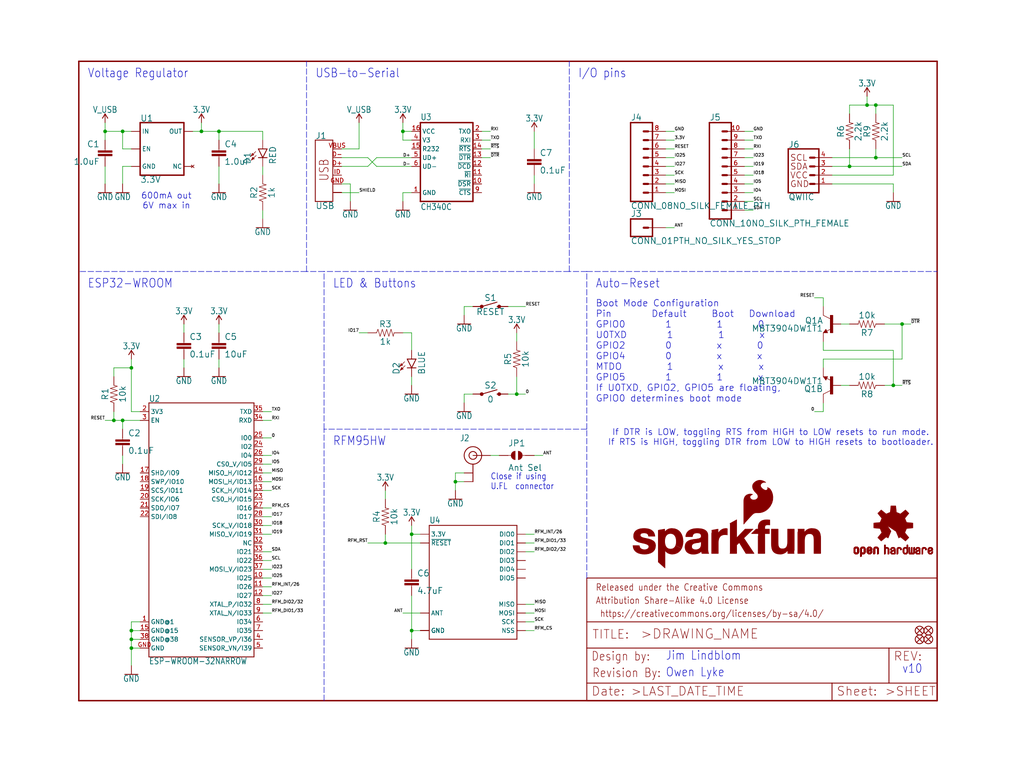
<source format=kicad_sch>
(kicad_sch (version 20211123) (generator eeschema)
  (paper "User" 297.002 223.926)
  (lib_symbols
    (symbol "schematicEagle-eagle-import:0.1UF-0603-25V-(+80{slash}-20%)"
      (property "Reference" "C" (at 1.524 2.921 0))
      (property "Value" "0.1UF-0603-25V-(+80{slash}-20%)" (at 1.524 -2.159 0))
      (symbol "0.1UF-0603-25V-(+80{slash}-20%)_1_0"
        (pin passive line (at 0 5.08 270) (length 2.54) (name "1") (number "1"))
        (pin passive line (at 0 -2.54 90) (length 2.54) (name "2") (number "2"))
      )
    )
    (symbol "schematicEagle-eagle-import:0.1UF-0603-25V-5%"
      (property "Reference" "C" (at 1.524 2.921 0))
      (property "Value" "0.1UF-0603-25V-5%" (at 1.524 -2.159 0))
      (symbol "0.1UF-0603-25V-5%_1_0"
        (pin passive line (at 0 5.08 270) (length 2.54) (name "1") (number "1"))
        (pin passive line (at 0 -2.54 90) (length 2.54) (name "2") (number "2"))
      )
    )
    (symbol "schematicEagle-eagle-import:1.0UF-0603-16V-10%"
      (property "Reference" "C" (at 1.524 2.921 0))
      (property "Value" "1.0UF-0603-16V-10%" (at 1.524 -2.159 0))
      (symbol "1.0UF-0603-16V-10%_1_0"
        (pin passive line (at 0 5.08 270) (length 2.54) (name "1") (number "1"))
        (pin passive line (at 0 -2.54 90) (length 2.54) (name "2") (number "2"))
      )
    )
    (symbol "schematicEagle-eagle-import:10KOHM-0603-1{slash}10W-1%"
      (property "Reference" "R" (at 0 1.524 0))
      (property "Value" "10KOHM-0603-1{slash}10W-1%" (at 0 -1.524 0))
      (symbol "10KOHM-0603-1{slash}10W-1%_1_0"
        (pin passive line (at -5.08 0 0) (length 2.54) (name "1") (number "1"))
        (pin passive line (at 5.08 0 180) (length 2.54) (name "2") (number "2"))
      )
    )
    (symbol "schematicEagle-eagle-import:10UF-0603-6.3V-20%"
      (property "Reference" "C" (at 1.524 2.921 0))
      (property "Value" "10UF-0603-6.3V-20%" (at 1.524 -2.159 0))
      (symbol "10UF-0603-6.3V-20%_1_0"
        (pin passive line (at 0 5.08 270) (length 2.54) (name "1") (number "1"))
        (pin passive line (at 0 -2.54 90) (length 2.54) (name "2") (number "2"))
      )
    )
    (symbol "schematicEagle-eagle-import:1KOHM-0603-1{slash}10W-1%"
      (property "Reference" "R" (at 0 1.524 0))
      (property "Value" "1KOHM-0603-1{slash}10W-1%" (at 0 -1.524 0))
      (symbol "1KOHM-0603-1{slash}10W-1%_1_0"
        (pin passive line (at -5.08 0 0) (length 2.54) (name "1") (number "1"))
        (pin passive line (at 5.08 0 180) (length 2.54) (name "2") (number "2"))
      )
    )
    (symbol "schematicEagle-eagle-import:2.2KOHM-0603-1{slash}10W-1%"
      (property "Reference" "R" (at 0 1.524 0))
      (property "Value" "2.2KOHM-0603-1{slash}10W-1%" (at 0 -1.524 0))
      (symbol "2.2KOHM-0603-1{slash}10W-1%_1_0"
        (pin passive line (at -5.08 0 0) (length 2.54) (name "1") (number "1"))
        (pin passive line (at 5.08 0 180) (length 2.54) (name "2") (number "2"))
      )
    )
    (symbol "schematicEagle-eagle-import:3.3V" (power)
      (property "Value" "3.3V" (at 0 2.794 0))
      (symbol "3.3V_1_0"
        (pin power_in line (at 0 0 90) (length 2.54) (name "3.3V") (number "1"))
      )
    )
    (symbol "schematicEagle-eagle-import:4.7UF-0603-6.3V-(10%)"
      (property "Reference" "C" (at 1.524 2.921 0))
      (property "Value" "4.7UF-0603-6.3V-(10%)" (at 1.524 -2.159 0))
      (symbol "4.7UF-0603-6.3V-(10%)_1_0"
        (pin passive line (at 0 5.08 270) (length 2.54) (name "1") (number "1"))
        (pin passive line (at 0 -2.54 90) (length 2.54) (name "2") (number "2"))
      )
    )
    (symbol "schematicEagle-eagle-import:CH340C"
      (property "Reference" "U" (at -7.62 10.795 0))
      (property "Value" "CH340C" (at -7.62 -15.24 0))
      (symbol "CH340C_1_0"
        (pin bidirectional line (at -10.16 -10.16 0) (length 2.54) (name "GND") (number "1"))
        (pin bidirectional line (at 10.16 -7.62 180) (length 2.54) (name "~{DSR}") (number "10"))
        (pin bidirectional line (at 10.16 -5.08 180) (length 2.54) (name "~{RI}") (number "11"))
        (pin bidirectional line (at 10.16 -2.54 180) (length 2.54) (name "~{DCD}") (number "12"))
        (pin bidirectional line (at 10.16 0 180) (length 2.54) (name "~{DTR}") (number "13"))
        (pin bidirectional line (at 10.16 2.54 180) (length 2.54) (name "~{RTS}") (number "14"))
        (pin bidirectional line (at -10.16 2.54 0) (length 2.54) (name "R232") (number "15"))
        (pin bidirectional line (at -10.16 7.62 0) (length 2.54) (name "VCC") (number "16"))
        (pin bidirectional line (at 10.16 7.62 180) (length 2.54) (name "TXO") (number "2"))
        (pin bidirectional line (at 10.16 5.08 180) (length 2.54) (name "RXI") (number "3"))
        (pin bidirectional line (at -10.16 5.08 0) (length 2.54) (name "V3") (number "4"))
        (pin bidirectional line (at -10.16 0 0) (length 2.54) (name "UD+") (number "5"))
        (pin bidirectional line (at -10.16 -2.54 0) (length 2.54) (name "UD-") (number "6"))
        (pin bidirectional line (at 10.16 -10.16 180) (length 2.54) (name "~{CTS}") (number "9"))
      )
    )
    (symbol "schematicEagle-eagle-import:CONN_01PTH_NO_SILK_YES_STOP"
      (property "Reference" "J" (at -2.54 3.048 0))
      (property "Value" "CONN_01PTH_NO_SILK_YES_STOP" (at -2.54 -4.826 0))
      (symbol "CONN_01PTH_NO_SILK_YES_STOP_1_0"
        (pin passive line (at 7.62 0 180) (length 5.08) (name "1") (number "1"))
      )
    )
    (symbol "schematicEagle-eagle-import:CONN_08NO_SILK_FEMALE_PTH"
      (property "Reference" "J" (at -5.08 13.208 0))
      (property "Value" "CONN_08NO_SILK_FEMALE_PTH" (at -5.08 -12.446 0))
      (symbol "CONN_08NO_SILK_FEMALE_PTH_1_0"
        (pin passive line (at 5.08 -7.62 180) (length 5.08) (name "1") (number "1"))
        (pin passive line (at 5.08 -5.08 180) (length 5.08) (name "2") (number "2"))
        (pin passive line (at 5.08 -2.54 180) (length 5.08) (name "3") (number "3"))
        (pin passive line (at 5.08 0 180) (length 5.08) (name "4") (number "4"))
        (pin passive line (at 5.08 2.54 180) (length 5.08) (name "5") (number "5"))
        (pin passive line (at 5.08 5.08 180) (length 5.08) (name "6") (number "6"))
        (pin passive line (at 5.08 7.62 180) (length 5.08) (name "7") (number "7"))
        (pin passive line (at 5.08 10.16 180) (length 5.08) (name "8") (number "8"))
      )
    )
    (symbol "schematicEagle-eagle-import:CONN_10NO_SILK_PTH_FEMALE"
      (property "Reference" "J" (at 0 8.128 0))
      (property "Value" "CONN_10NO_SILK_PTH_FEMALE" (at 0 -22.606 0))
      (symbol "CONN_10NO_SILK_PTH_FEMALE_1_0"
        (pin passive line (at 10.16 -17.78 180) (length 5.08) (name "1") (number "1"))
        (pin passive line (at 10.16 5.08 180) (length 5.08) (name "10") (number "10"))
        (pin passive line (at 10.16 -15.24 180) (length 5.08) (name "2") (number "2"))
        (pin passive line (at 10.16 -12.7 180) (length 5.08) (name "3") (number "3"))
        (pin passive line (at 10.16 -10.16 180) (length 5.08) (name "4") (number "4"))
        (pin passive line (at 10.16 -7.62 180) (length 5.08) (name "5") (number "5"))
        (pin passive line (at 10.16 -5.08 180) (length 5.08) (name "6") (number "6"))
        (pin passive line (at 10.16 -2.54 180) (length 5.08) (name "7") (number "7"))
        (pin passive line (at 10.16 0 180) (length 5.08) (name "8") (number "8"))
        (pin passive line (at 10.16 2.54 180) (length 5.08) (name "9") (number "9"))
      )
    )
    (symbol "schematicEagle-eagle-import:ESP-WROOM-32NARROW"
      (property "Reference" "U" (at -15.24 35.814 0))
      (property "Value" "ESP-WROOM-32NARROW" (at -15.24 -38.354 0))
      (symbol "ESP-WROOM-32NARROW_1_0"
        (pin bidirectional line (at -17.78 -27.94 0) (length 2.54) (name "GND@1") (number "1"))
        (pin bidirectional line (at 17.78 -15.24 180) (length 2.54) (name "IO25") (number "10"))
        (pin bidirectional line (at 17.78 -17.78 180) (length 2.54) (name "IO26") (number "11"))
        (pin bidirectional line (at 17.78 -20.32 180) (length 2.54) (name "IO27") (number "12"))
        (pin bidirectional line (at 17.78 10.16 180) (length 2.54) (name "SCK_H/IO14") (number "13"))
        (pin bidirectional line (at 17.78 15.24 180) (length 2.54) (name "MISO_H/IO12") (number "14"))
        (pin bidirectional line (at -17.78 -30.48 0) (length 2.54) (name "GND@15") (number "15"))
        (pin bidirectional line (at 17.78 12.7 180) (length 2.54) (name "MOSI_H/IO13") (number "16"))
        (pin bidirectional line (at -17.78 15.24 0) (length 2.54) (name "SHD/IO9") (number "17"))
        (pin bidirectional line (at -17.78 12.7 0) (length 2.54) (name "SWP/IO10") (number "18"))
        (pin bidirectional line (at -17.78 10.16 0) (length 2.54) (name "SCS/IO11") (number "19"))
        (pin bidirectional line (at -17.78 33.02 0) (length 2.54) (name "3V3") (number "2"))
        (pin bidirectional line (at -17.78 7.62 0) (length 2.54) (name "SCK/IO6") (number "20"))
        (pin bidirectional line (at -17.78 5.08 0) (length 2.54) (name "SDO/IO7") (number "21"))
        (pin bidirectional line (at -17.78 2.54 0) (length 2.54) (name "SDI/IO8") (number "22"))
        (pin bidirectional line (at 17.78 7.62 180) (length 2.54) (name "CS0_H/IO15") (number "23"))
        (pin bidirectional line (at 17.78 22.86 180) (length 2.54) (name "IO2") (number "24"))
        (pin bidirectional line (at 17.78 25.4 180) (length 2.54) (name "IO0") (number "25"))
        (pin bidirectional line (at 17.78 20.32 180) (length 2.54) (name "IO4") (number "26"))
        (pin bidirectional line (at 17.78 5.08 180) (length 2.54) (name "IO16") (number "27"))
        (pin bidirectional line (at 17.78 2.54 180) (length 2.54) (name "IO17") (number "28"))
        (pin bidirectional line (at 17.78 17.78 180) (length 2.54) (name "CS0_V/IO5") (number "29"))
        (pin bidirectional line (at -17.78 30.48 0) (length 2.54) (name "EN") (number "3"))
        (pin bidirectional line (at 17.78 0 180) (length 2.54) (name "SCK_V/IO18") (number "30"))
        (pin bidirectional line (at 17.78 -2.54 180) (length 2.54) (name "MISO_V/IO19") (number "31"))
        (pin bidirectional line (at 17.78 -5.08 180) (length 2.54) (name "NC") (number "32"))
        (pin bidirectional line (at 17.78 -7.62 180) (length 2.54) (name "IO21") (number "33"))
        (pin bidirectional line (at 17.78 30.48 180) (length 2.54) (name "RXD") (number "34"))
        (pin bidirectional line (at 17.78 33.02 180) (length 2.54) (name "TXD") (number "35"))
        (pin bidirectional line (at 17.78 -10.16 180) (length 2.54) (name "IO22") (number "36"))
        (pin bidirectional line (at 17.78 -12.7 180) (length 2.54) (name "MOSI_V/IO23") (number "37"))
        (pin bidirectional line (at -17.78 -33.02 0) (length 2.54) (name "GND@38") (number "38"))
        (pin bidirectional line (at 17.78 -33.02 180) (length 2.54) (name "SENSOR_VP/I36") (number "4"))
        (pin bidirectional line (at 17.78 -35.56 180) (length 2.54) (name "SENSOR_VN/I39") (number "5"))
        (pin bidirectional line (at 17.78 -27.94 180) (length 2.54) (name "IO34") (number "6"))
        (pin bidirectional line (at 17.78 -30.48 180) (length 2.54) (name "IO35") (number "7"))
        (pin bidirectional line (at 17.78 -22.86 180) (length 2.54) (name "XTAL_P/IO32") (number "8"))
        (pin bidirectional line (at 17.78 -25.4 180) (length 2.54) (name "XTAL_N/IO33") (number "9"))
        (pin bidirectional line (at -17.78 -35.56 0) (length 2.54) (name "GND") (number "GND"))
      )
    )
    (symbol "schematicEagle-eagle-import:FIDUCIAL1X2")
    (symbol "schematicEagle-eagle-import:FRAME-LETTER"
      (symbol "FRAME-LETTER_2_0"
        (text " https://creativecommons.org/licenses/by-sa/4.0/" (at 2.54 24.13 0) (effects (font (size 1.9304 1.6408)) (justify left bottom)))
        (text ">DRAWING_NAME" (at 15.494 17.78 0) (effects (font (size 2.7432 2.7432)) (justify left bottom)))
        (text ">LAST_DATE_TIME" (at 12.7 1.27 0) (effects (font (size 2.54 2.54)) (justify left bottom)))
        (text ">SHEET" (at 86.36 1.27 0) (effects (font (size 2.54 2.54)) (justify left bottom)))
        (text "Attribution Share-Alike 4.0 License" (at 2.54 27.94 0) (effects (font (size 1.9304 1.6408)) (justify left bottom)))
        (text "Date:" (at 1.27 1.27 0) (effects (font (size 2.54 2.54)) (justify left bottom)))
        (text "Design by:" (at 1.27 11.43 0) (effects (font (size 2.54 2.159)) (justify left bottom)))
        (text "Released under the Creative Commons" (at 2.54 31.75 0) (effects (font (size 1.9304 1.6408)) (justify left bottom)))
        (text "REV:" (at 88.9 11.43 0) (effects (font (size 2.54 2.54)) (justify left bottom)))
        (text "Sheet:" (at 72.39 1.27 0) (effects (font (size 2.54 2.54)) (justify left bottom)))
        (text "TITLE:" (at 1.524 17.78 0) (effects (font (size 2.54 2.54)) (justify left bottom)))
      )
    )
    (symbol "schematicEagle-eagle-import:GND" (power)
      (property "Value" "GND" (at 0 -0.254 0))
      (symbol "GND_1_0"
        (pin power_in line (at 0 2.54 270) (length 2.54) (name "GND") (number "1"))
      )
    )
    (symbol "schematicEagle-eagle-import:JUMPER-SMT_2_NO_NO-SILK"
      (property "Reference" "JP" (at -2.54 2.54 0))
      (property "Value" "JUMPER-SMT_2_NO_NO-SILK" (at -2.54 -2.54 0))
      (symbol "JUMPER-SMT_2_NO_NO-SILK_1_0"
        (pin passive line (at -5.08 0 0) (length 2.54) (name "1") (number "1"))
        (pin passive line (at 5.08 0 180) (length 2.54) (name "2") (number "2"))
      )
    )
    (symbol "schematicEagle-eagle-import:LED-BLUE0603"
      (property "Reference" "D" (at -3.429 -4.572 90))
      (property "Value" "LED-BLUE0603" (at 1.905 -4.572 90))
      (symbol "LED-BLUE0603_1_0"
        (pin passive line (at 0 2.54 270) (length 2.54) (name "A") (number "A"))
        (pin passive line (at 0 -5.08 90) (length 2.54) (name "C") (number "C"))
      )
    )
    (symbol "schematicEagle-eagle-import:LED-RED0603"
      (property "Reference" "D" (at -3.429 -4.572 90))
      (property "Value" "LED-RED0603" (at 1.905 -4.572 90))
      (symbol "LED-RED0603_1_0"
        (pin passive line (at 0 2.54 270) (length 2.54) (name "A") (number "A"))
        (pin passive line (at 0 -5.08 90) (length 2.54) (name "C") (number "C"))
      )
    )
    (symbol "schematicEagle-eagle-import:MOMENTARY-SWITCH-SPST-SMD-4.6X2.8MM"
      (property "Reference" "S" (at 0 1.524 0))
      (property "Value" "MOMENTARY-SWITCH-SPST-SMD-4.6X2.8MM" (at 0 -0.508 0))
      (symbol "MOMENTARY-SWITCH-SPST-SMD-4.6X2.8MM_1_0"
        (pin passive line (at -5.08 0 0) (length 2.54) (name "1") (number "1"))
        (pin passive line (at -5.08 0 0) (length 2.54) (name "1") (number "2"))
        (pin passive line (at 5.08 0 180) (length 2.54) (name "2") (number "3"))
        (pin passive line (at 5.08 0 180) (length 2.54) (name "2") (number "4"))
      )
    )
    (symbol "schematicEagle-eagle-import:OSHW-LOGOS")
    (symbol "schematicEagle-eagle-import:QWIIC_CONNECTORJS-1MM"
      (property "Reference" "J" (at -5.08 7.874 0))
      (property "Value" "QWIIC_CONNECTORJS-1MM" (at -5.08 -5.334 0))
      (symbol "QWIIC_CONNECTORJS-1MM_1_0"
        (text "GND" (at -4.572 -2.54 0) (effects (font (size 1.778 1.778)) (justify left)))
        (text "SCL" (at -4.572 5.08 0) (effects (font (size 1.778 1.778)) (justify left)))
        (text "SDA" (at -4.572 2.54 0) (effects (font (size 1.778 1.778)) (justify left)))
        (text "VCC" (at -4.572 0 0) (effects (font (size 1.778 1.778)) (justify left)))
        (pin power_in line (at 7.62 -2.54 180) (length 5.08) (name "1") (number "1"))
        (pin power_in line (at 7.62 0 180) (length 5.08) (name "2") (number "2"))
        (pin passive line (at 7.62 2.54 180) (length 5.08) (name "3") (number "3"))
        (pin passive line (at 7.62 5.08 180) (length 5.08) (name "4") (number "4"))
      )
    )
    (symbol "schematicEagle-eagle-import:REVISION"
      (symbol "REVISION_1_0"
        (text "Revision By: " (at 0 0 0) (effects (font (size 2.54 2.159)) (justify left bottom)))
      )
    )
    (symbol "schematicEagle-eagle-import:RFM95W"
      (property "Reference" "U" (at -12.668 18.32 0))
      (symbol "RFM95W_1_0"
        (pin bidirectional line (at -15.24 12.7 0) (length 2.54) (name "~{RESET}") (number "!RESET"))
        (pin bidirectional line (at -15.24 15.24 0) (length 2.54) (name "3.3V") (number "3.3V"))
        (pin bidirectional line (at -15.24 -7.62 0) (length 2.54) (name "ANT") (number "ANT"))
        (pin bidirectional line (at 15.24 15.24 180) (length 2.54) (name "DIO0") (number "DIO0"))
        (pin bidirectional line (at 15.24 12.7 180) (length 2.54) (name "DIO1") (number "DIO1"))
        (pin bidirectional line (at 15.24 10.16 180) (length 2.54) (name "DIO2") (number "DIO2"))
        (pin bidirectional line (at 15.24 7.62 180) (length 2.54) (name "DIO3") (number "DIO3"))
        (pin bidirectional line (at 15.24 5.08 180) (length 2.54) (name "DIO4") (number "DIO4"))
        (pin bidirectional line (at 15.24 2.54 180) (length 2.54) (name "DIO5") (number "DIO5"))
        (pin bidirectional line (at -15.24 -12.7 0) (length 2.54) (name "GND") (number "GND@1"))
        (pin bidirectional line (at -15.24 -12.7 0) (length 2.54) (name "GND") (number "GND@2"))
        (pin bidirectional line (at -15.24 -12.7 0) (length 2.54) (name "GND") (number "GND@3"))
        (pin bidirectional line (at 15.24 -5.08 180) (length 2.54) (name "MISO") (number "MISO"))
        (pin bidirectional line (at 15.24 -7.62 180) (length 2.54) (name "MOSI") (number "MOSI"))
        (pin bidirectional line (at 15.24 -12.7 180) (length 2.54) (name "NSS") (number "NSS"))
        (pin bidirectional line (at 15.24 -10.16 180) (length 2.54) (name "SCK") (number "SCK"))
      )
    )
    (symbol "schematicEagle-eagle-import:SFE_LOGO_NAME_FLAME.1_INCH")
    (symbol "schematicEagle-eagle-import:TRANS_NPN_DUAL-MBT3904DW1T1"
      (property "Reference" "Q" (at 2.54 0 0))
      (property "Value" "TRANS_NPN_DUAL-MBT3904DW1T1" (at 2.54 -2.286 0))
      (symbol "TRANS_NPN_DUAL-MBT3904DW1T1_1_0"
        (pin passive line (at 2.54 5.08 270) (length 2.54) (name "C") (number "3"))
        (pin passive line (at 2.54 -5.08 90) (length 2.54) (name "E") (number "4"))
        (pin passive line (at -2.54 0 0) (length 2.54) (name "B") (number "5"))
      )
      (symbol "TRANS_NPN_DUAL-MBT3904DW1T1_2_0"
        (pin passive line (at 2.54 -5.08 90) (length 2.54) (name "E") (number "1"))
        (pin passive line (at -2.54 0 0) (length 2.54) (name "B") (number "2"))
        (pin passive line (at 2.54 5.08 270) (length 2.54) (name "C") (number "6"))
      )
    )
    (symbol "schematicEagle-eagle-import:U.FL"
      (property "Reference" "J" (at -3.81 4.064 0))
      (symbol "U.FL_1_0"
        (pin bidirectional line (at -2.54 -5.08 0) (length 2.54) (name "GND@0") (number "1"))
        (pin bidirectional line (at -2.54 -7.62 0) (length 2.54) (name "GND@1") (number "2"))
        (pin bidirectional line (at 5.08 0 180) (length 5.08) (name "SIGNAL") (number "FEED"))
      )
    )
    (symbol "schematicEagle-eagle-import:USB_MICRO-B_HALF_PTH_MILL"
      (property "Reference" "J" (at -2.54 10.414 0))
      (property "Value" "USB_MICRO-B_HALF_PTH_MILL" (at -2.54 -9.906 0))
      (symbol "USB_MICRO-B_HALF_PTH_MILL_1_0"
        (text "USB" (at 0 1.524 900) (effects (font (size 2.54 2.159))))
        (pin bidirectional line (at 5.08 2.54 180) (length 2.54) (name "D+") (number "D+"))
        (pin bidirectional line (at 5.08 5.08 180) (length 2.54) (name "D-") (number "D-"))
        (pin power_in line (at 5.08 -2.54 180) (length 2.54) (name "GND") (number "GND"))
        (pin bidirectional line (at 5.08 0 180) (length 2.54) (name "ID") (number "ID"))
        (pin bidirectional line (at 5.08 -5.08 180) (length 2.54) (name "SHIELD") (number "SHIELD"))
        (pin bidirectional line (at 5.08 -5.08 180) (length 2.54) (name "SHIELD") (number "SHIELD10"))
        (pin bidirectional line (at 5.08 -5.08 180) (length 2.54) (name "SHIELD") (number "SHIELD2"))
        (pin bidirectional line (at 5.08 -5.08 180) (length 2.54) (name "SHIELD") (number "SHIELD3"))
        (pin bidirectional line (at 5.08 -5.08 180) (length 2.54) (name "SHIELD") (number "SHIELD4"))
        (pin bidirectional line (at 5.08 -5.08 180) (length 2.54) (name "SHIELD") (number "SHIELD5"))
        (pin bidirectional line (at 5.08 -5.08 180) (length 2.54) (name "SHIELD") (number "SHIELD6"))
        (pin bidirectional line (at 5.08 -5.08 180) (length 2.54) (name "SHIELD") (number "SHIELD7"))
        (pin bidirectional line (at 5.08 -5.08 180) (length 2.54) (name "SHIELD") (number "SHIELD8"))
        (pin bidirectional line (at 5.08 -5.08 180) (length 2.54) (name "SHIELD") (number "SHIELD9"))
        (pin power_in line (at 5.08 7.62 180) (length 2.54) (name "VBUS") (number "VBUS"))
      )
    )
    (symbol "schematicEagle-eagle-import:V_REG_AP2112K-3.3V"
      (property "Reference" "U" (at -7.62 7.874 0))
      (property "Value" "V_REG_AP2112K-3.3V" (at -7.62 -7.874 0))
      (symbol "V_REG_AP2112K-3.3V_1_0"
        (pin input line (at -10.16 5.08 0) (length 2.54) (name "IN") (number "1"))
        (pin input line (at -10.16 -5.08 0) (length 2.54) (name "GND") (number "2"))
        (pin input line (at -10.16 0 0) (length 2.54) (name "EN") (number "3"))
        (pin no_connect line (at 7.62 -5.08 180) (length 2.54) (name "NC") (number "4"))
        (pin passive line (at 7.62 5.08 180) (length 2.54) (name "OUT") (number "5"))
      )
    )
    (symbol "schematicEagle-eagle-import:V_USB" (power)
      (property "Value" "V_USB" (at 0 2.794 0))
      (symbol "V_USB_1_0"
        (pin power_in line (at 0 0 90) (length 2.54) (name "V_USB") (number "1"))
      )
    )
  )
  (junction (at 149.86 114.3))
  (junction (at 132.08 139.7))
  (junction (at 58.42 38.1))
  (junction (at 38.1 182.88))
  (junction (at 254 45.72))
  (junction (at 38.1 106.68))
  (junction (at 119.38 154.94))
  (junction (at 38.1 187.96))
  (junction (at 35.56 38.1))
  (junction (at 35.56 121.92))
  (junction (at 251.46 30.48))
  (junction (at 119.38 182.88))
  (junction (at 63.5 38.1))
  (junction (at 246.38 48.26))
  (junction (at 254 30.48))
  (junction (at 116.84 38.1))
  (junction (at 38.1 185.42))
  (junction (at 30.48 38.1))
  (junction (at 111.76 157.48))
  (junction (at 261.62 93.98))
  (junction (at 259.08 111.76))
  (junction (at 33.02 121.92))
  (wire (pts (xy 241.3 45.72) (xy 254 45.72)))
  (wire (pts (xy 246.38 43.18) (xy 246.38 48.26)))
  (polyline (pts (xy 170.18 124.46) (xy 93.98 124.46)))
  (polyline (pts (xy 170.18 124.46) (xy 170.18 78.74)))
  (wire (pts (xy 76.2 40.64) (xy 76.2 38.1)))
  (wire (pts (xy 254 30.48) (xy 254 33.02)))
  (wire (pts (xy 193.04 43.18) (xy 195.58 43.18)))
  (wire (pts (xy 261.62 104.14) (xy 261.62 93.98)))
  (wire (pts (xy 215.9 55.88) (xy 218.44 55.88)))
  (wire (pts (xy 259.08 111.76) (xy 261.62 111.76)))
  (wire (pts (xy 119.38 38.1) (xy 116.84 38.1)))
  (wire (pts (xy 144.78 132.08) (xy 142.24 132.08)))
  (wire (pts (xy 33.02 106.68) (xy 38.1 106.68)))
  (wire (pts (xy 38.1 119.38) (xy 38.1 106.68)))
  (wire (pts (xy 256.54 111.76) (xy 259.08 111.76)))
  (wire (pts (xy 99.06 48.26) (xy 106.68 48.26)))
  (wire (pts (xy 35.56 121.92) (xy 33.02 121.92)))
  (wire (pts (xy 259.08 53.34) (xy 259.08 55.88)))
  (wire (pts (xy 193.04 53.34) (xy 195.58 53.34)))
  (wire (pts (xy 101.6 58.42) (xy 101.6 53.34)))
  (polyline (pts (xy 88.9 78.74) (xy 88.9 17.78)))
  (wire (pts (xy 76.2 175.26) (xy 78.74 175.26)))
  (wire (pts (xy 40.64 185.42) (xy 38.1 185.42)))
  (wire (pts (xy 238.76 119.38) (xy 238.76 116.84)))
  (wire (pts (xy 40.64 119.38) (xy 38.1 119.38)))
  (wire (pts (xy 76.2 154.94) (xy 78.74 154.94)))
  (wire (pts (xy 246.38 93.98) (xy 243.84 93.98)))
  (wire (pts (xy 152.4 180.34) (xy 154.94 180.34)))
  (wire (pts (xy 238.76 88.9) (xy 238.76 86.36)))
  (wire (pts (xy 38.1 185.42) (xy 38.1 187.96)))
  (wire (pts (xy 104.14 43.18) (xy 104.14 35.56)))
  (wire (pts (xy 215.9 38.1) (xy 218.44 38.1)))
  (wire (pts (xy 251.46 30.48) (xy 254 30.48)))
  (wire (pts (xy 149.86 96.52) (xy 149.86 99.06)))
  (wire (pts (xy 121.92 154.94) (xy 119.38 154.94)))
  (wire (pts (xy 63.5 93.98) (xy 63.5 96.52)))
  (wire (pts (xy 76.2 172.72) (xy 78.74 172.72)))
  (wire (pts (xy 121.92 157.48) (xy 111.76 157.48)))
  (wire (pts (xy 30.48 40.64) (xy 30.48 38.1)))
  (wire (pts (xy 119.38 101.6) (xy 119.38 96.52)))
  (wire (pts (xy 119.38 182.88) (xy 119.38 185.42)))
  (wire (pts (xy 154.94 50.8) (xy 154.94 53.34)))
  (wire (pts (xy 152.4 157.48) (xy 154.94 157.48)))
  (wire (pts (xy 121.92 177.8) (xy 116.84 177.8)))
  (wire (pts (xy 76.2 142.24) (xy 78.74 142.24)))
  (wire (pts (xy 63.5 53.34) (xy 63.5 48.26)))
  (wire (pts (xy 35.56 124.46) (xy 35.56 121.92)))
  (wire (pts (xy 152.4 175.26) (xy 154.94 175.26)))
  (wire (pts (xy 193.04 50.8) (xy 195.58 50.8)))
  (wire (pts (xy 132.08 139.7) (xy 132.08 142.24)))
  (wire (pts (xy 154.94 132.08) (xy 157.48 132.08)))
  (wire (pts (xy 259.08 50.8) (xy 259.08 30.48)))
  (wire (pts (xy 116.84 40.64) (xy 116.84 38.1)))
  (polyline (pts (xy 165.1 78.74) (xy 93.98 78.74)))
  (wire (pts (xy 38.1 106.68) (xy 38.1 104.14)))
  (wire (pts (xy 152.4 154.94) (xy 154.94 154.94)))
  (wire (pts (xy 215.9 58.42) (xy 218.44 58.42)))
  (wire (pts (xy 76.2 149.86) (xy 78.74 149.86)))
  (wire (pts (xy 63.5 38.1) (xy 63.5 40.64)))
  (wire (pts (xy 35.56 134.62) (xy 35.56 132.08)))
  (wire (pts (xy 121.92 182.88) (xy 119.38 182.88)))
  (polyline (pts (xy 93.98 78.74) (xy 88.9 78.74)))
  (wire (pts (xy 30.48 38.1) (xy 35.56 38.1)))
  (wire (pts (xy 76.2 160.02) (xy 78.74 160.02)))
  (wire (pts (xy 76.2 162.56) (xy 78.74 162.56)))
  (wire (pts (xy 76.2 127) (xy 78.74 127)))
  (wire (pts (xy 246.38 30.48) (xy 251.46 30.48)))
  (wire (pts (xy 193.04 40.64) (xy 195.58 40.64)))
  (wire (pts (xy 33.02 121.92) (xy 33.02 119.38)))
  (wire (pts (xy 38.1 180.34) (xy 38.1 182.88)))
  (wire (pts (xy 99.06 55.88) (xy 104.14 55.88)))
  (wire (pts (xy 215.9 53.34) (xy 218.44 53.34)))
  (polyline (pts (xy 165.1 78.74) (xy 165.1 17.78)))
  (wire (pts (xy 63.5 38.1) (xy 76.2 38.1)))
  (wire (pts (xy 137.16 88.9) (xy 134.62 88.9)))
  (wire (pts (xy 38.1 187.96) (xy 38.1 193.04)))
  (wire (pts (xy 119.38 96.52) (xy 116.84 96.52)))
  (wire (pts (xy 119.38 111.76) (xy 119.38 109.22)))
  (wire (pts (xy 259.08 101.6) (xy 238.76 101.6)))
  (wire (pts (xy 193.04 55.88) (xy 195.58 55.88)))
  (wire (pts (xy 254 45.72) (xy 261.62 45.72)))
  (wire (pts (xy 106.68 45.72) (xy 109.22 48.26)))
  (wire (pts (xy 241.3 48.26) (xy 246.38 48.26)))
  (wire (pts (xy 76.2 177.8) (xy 78.74 177.8)))
  (wire (pts (xy 40.64 182.88) (xy 38.1 182.88)))
  (wire (pts (xy 116.84 38.1) (xy 116.84 35.56)))
  (wire (pts (xy 76.2 134.62) (xy 78.74 134.62)))
  (wire (pts (xy 152.4 182.88) (xy 154.94 182.88)))
  (wire (pts (xy 256.54 93.98) (xy 261.62 93.98)))
  (wire (pts (xy 193.04 45.72) (xy 195.58 45.72)))
  (wire (pts (xy 53.34 93.98) (xy 53.34 96.52)))
  (wire (pts (xy 35.56 43.18) (xy 35.56 38.1)))
  (wire (pts (xy 33.02 109.22) (xy 33.02 106.68)))
  (wire (pts (xy 76.2 119.38) (xy 78.74 119.38)))
  (wire (pts (xy 238.76 101.6) (xy 238.76 99.06)))
  (polyline (pts (xy 170.18 78.74) (xy 271.78 78.74)))
  (wire (pts (xy 35.56 38.1) (xy 38.1 38.1)))
  (wire (pts (xy 132.08 137.16) (xy 132.08 139.7)))
  (wire (pts (xy 76.2 170.18) (xy 78.74 170.18)))
  (wire (pts (xy 137.16 114.3) (xy 134.62 114.3)))
  (wire (pts (xy 215.9 45.72) (xy 218.44 45.72)))
  (wire (pts (xy 40.64 121.92) (xy 35.56 121.92)))
  (wire (pts (xy 193.04 38.1) (xy 195.58 38.1)))
  (wire (pts (xy 76.2 137.16) (xy 78.74 137.16)))
  (wire (pts (xy 238.76 86.36) (xy 236.22 86.36)))
  (wire (pts (xy 238.76 119.38) (xy 236.22 119.38)))
  (wire (pts (xy 35.56 48.26) (xy 35.56 53.34)))
  (wire (pts (xy 215.9 40.64) (xy 218.44 40.64)))
  (wire (pts (xy 149.86 114.3) (xy 149.86 109.22)))
  (polyline (pts (xy 93.98 203.2) (xy 93.98 124.46)))
  (wire (pts (xy 246.38 48.26) (xy 261.62 48.26)))
  (wire (pts (xy 259.08 30.48) (xy 254 30.48)))
  (wire (pts (xy 246.38 33.02) (xy 246.38 30.48)))
  (wire (pts (xy 139.7 40.64) (xy 142.24 40.64)))
  (wire (pts (xy 139.7 43.18) (xy 142.24 43.18)))
  (polyline (pts (xy 170.18 78.74) (xy 165.1 78.74)))
  (wire (pts (xy 193.04 48.26) (xy 195.58 48.26)))
  (wire (pts (xy 109.22 45.72) (xy 119.38 45.72)))
  (wire (pts (xy 33.02 121.92) (xy 30.48 121.92)))
  (wire (pts (xy 152.4 177.8) (xy 154.94 177.8)))
  (wire (pts (xy 246.38 111.76) (xy 243.84 111.76)))
  (wire (pts (xy 254 43.18) (xy 254 45.72)))
  (wire (pts (xy 193.04 66.04) (xy 195.58 66.04)))
  (wire (pts (xy 99.06 45.72) (xy 106.68 45.72)))
  (wire (pts (xy 101.6 53.34) (xy 99.06 53.34)))
  (wire (pts (xy 215.9 60.96) (xy 218.44 60.96)))
  (wire (pts (xy 106.68 48.26) (xy 109.22 45.72)))
  (polyline (pts (xy 88.9 78.74) (xy 22.86 78.74)))
  (wire (pts (xy 139.7 45.72) (xy 142.24 45.72)))
  (wire (pts (xy 76.2 48.26) (xy 76.2 50.8)))
  (wire (pts (xy 76.2 121.92) (xy 78.74 121.92)))
  (wire (pts (xy 111.76 142.24) (xy 111.76 144.78)))
  (wire (pts (xy 38.1 43.18) (xy 35.56 43.18)))
  (wire (pts (xy 78.74 167.64) (xy 76.2 167.64)))
  (wire (pts (xy 119.38 40.64) (xy 116.84 40.64)))
  (wire (pts (xy 30.48 35.56) (xy 30.48 38.1)))
  (wire (pts (xy 134.62 139.7) (xy 132.08 139.7)))
  (wire (pts (xy 38.1 48.26) (xy 35.56 48.26)))
  (wire (pts (xy 119.38 165.1) (xy 119.38 154.94)))
  (wire (pts (xy 76.2 152.4) (xy 78.74 152.4)))
  (wire (pts (xy 76.2 147.32) (xy 78.74 147.32)))
  (wire (pts (xy 30.48 48.26) (xy 30.48 53.34)))
  (wire (pts (xy 99.06 43.18) (xy 104.14 43.18)))
  (wire (pts (xy 40.64 180.34) (xy 38.1 180.34)))
  (wire (pts (xy 116.84 55.88) (xy 116.84 58.42)))
  (wire (pts (xy 147.32 114.3) (xy 149.86 114.3)))
  (wire (pts (xy 119.38 172.72) (xy 119.38 182.88)))
  (wire (pts (xy 215.9 43.18) (xy 218.44 43.18)))
  (wire (pts (xy 134.62 116.84) (xy 134.62 114.3)))
  (wire (pts (xy 76.2 139.7) (xy 78.74 139.7)))
  (wire (pts (xy 38.1 182.88) (xy 38.1 185.42)))
  (wire (pts (xy 149.86 114.3) (xy 152.4 114.3)))
  (wire (pts (xy 76.2 165.1) (xy 78.74 165.1)))
  (wire (pts (xy 111.76 157.48) (xy 106.68 157.48)))
  (wire (pts (xy 139.7 38.1) (xy 142.24 38.1)))
  (wire (pts (xy 53.34 106.68) (xy 53.34 104.14)))
  (wire (pts (xy 152.4 160.02) (xy 154.94 160.02)))
  (wire (pts (xy 154.94 43.18) (xy 154.94 38.1)))
  (wire (pts (xy 76.2 132.08) (xy 78.74 132.08)))
  (wire (pts (xy 119.38 55.88) (xy 116.84 55.88)))
  (wire (pts (xy 58.42 38.1) (xy 63.5 38.1)))
  (wire (pts (xy 251.46 30.48) (xy 251.46 27.94)))
  (polyline (pts (xy 170.18 167.64) (xy 170.18 124.46)))
  (wire (pts (xy 109.22 48.26) (xy 119.38 48.26)))
  (wire (pts (xy 238.76 104.14) (xy 261.62 104.14)))
  (wire (pts (xy 111.76 154.94) (xy 111.76 157.48)))
  (wire (pts (xy 134.62 137.16) (xy 132.08 137.16)))
  (wire (pts (xy 261.62 93.98) (xy 264.16 93.98)))
  (wire (pts (xy 119.38 154.94) (xy 119.38 152.4)))
  (wire (pts (xy 134.62 88.9) (xy 134.62 91.44)))
  (wire (pts (xy 106.68 96.52) (xy 104.14 96.52)))
  (wire (pts (xy 147.32 88.9) (xy 152.4 88.9)))
  (wire (pts (xy 76.2 60.96) (xy 76.2 63.5)))
  (wire (pts (xy 241.3 50.8) (xy 259.08 50.8)))
  (wire (pts (xy 259.08 111.76) (xy 259.08 101.6)))
  (wire (pts (xy 40.64 187.96) (xy 38.1 187.96)))
  (wire (pts (xy 215.9 50.8) (xy 218.44 50.8)))
  (wire (pts (xy 55.88 38.1) (xy 58.42 38.1)))
  (wire (pts (xy 238.76 106.68) (xy 238.76 104.14)))
  (wire (pts (xy 58.42 35.56) (xy 58.42 38.1)))
  (wire (pts (xy 215.9 48.26) (xy 218.44 48.26)))
  (polyline (pts (xy 93.98 124.46) (xy 93.98 78.74)))
  (wire (pts (xy 63.5 106.68) (xy 63.5 104.14)))
  (wire (pts (xy 241.3 53.34) (xy 259.08 53.34)))
  (text "I/O pins" (at 167.64 22.86 180) (effects (font (size 2.54 2.159)) (justify left bottom)))
  (text "Auto-Reset" (at 172.72 83.82 180) (effects (font (size 2.54 2.159)) (justify left bottom)))
  (text "Voltage Regulator" (at 25.4 22.86 180) (effects (font (size 2.54 2.159)) (justify left bottom)))
  (text "v10" (at 261.62 195.58 180) (effects (font (size 2.54 2.159)) (justify left bottom)))
  (text "Owen Lyke" (at 193.04 196.596 180) (effects (font (size 2.54 2.159)) (justify left bottom)))
  (text "Close if using\nU.FL  connector" (at 142.24 142.24 180) (effects (font (size 1.778 1.5113)) (justify left bottom)))
  (text "If DTR is LOW, toggling RTS from HIGH to LOW resets to run mode.\nIf RTS is HIGH, toggling DTR from LOW to HIGH resets to bootloader." (at 223.52 124.46 0) (effects (font (size 1.778 1.778)) (justify top)))
  (text "Boot Mode Configuration\nPin        Default     Boot   Download\nGPIO0        1         1       0\nU0TXD        1         1       x\nGPIO2        0         x       0\nGPIO4        0         x       x\nMTDO         1         x       x\nGPIO5        1         1       x\nIf U0TXD, GPIO2, GPIO5 are floating,\nGPIO0 determines boot mode" (at 172.72 116.84 0) (effects (font (size 1.905 1.905)) (justify left bottom)))
  (text "Jim Lindblom" (at 193.04 191.77 180) (effects (font (size 2.54 2.159)) (justify left bottom)))
  (text "RFM95HW" (at 96.52 129.54 180) (effects (font (size 2.54 2.159)) (justify left bottom)))
  (text "USB-to-Serial" (at 91.44 22.86 180) (effects (font (size 2.54 2.159)) (justify left bottom)))
  (text "ESP32-WROOM" (at 25.4 83.82 180) (effects (font (size 2.54 2.159)) (justify left bottom)))
  (text "LED & Buttons" (at 96.52 83.82 180) (effects (font (size 2.54 2.159)) (justify left bottom)))
  (text "600mA out\n6V max in" (at 48.26 55.88 180) (effects (font (size 1.778 1.778)) (justify top)))
  (label "IO19" (at 218.44 48.26 0) (effects (font (size 0.889 0.889))))
  (label "0" (at 236.22 119.38 180) (effects (font (size 0.889 0.889))))
  (label "IO4" (at 218.44 55.88 0) (effects (font (size 0.889 0.889))))
  (label "RFM_DIO2/32" (at 154.94 160.02 0) (effects (font (size 0.889 0.889))))
  (label "MISO" (at 195.58 53.34 0) (effects (font (size 0.889 0.889))))
  (label "3.3V" (at 195.58 40.64 0) (effects (font (size 0.889 0.889))))
  (label "IO19" (at 78.74 154.94 0) (effects (font (size 0.889 0.889))))
  (label "TXO" (at 218.44 40.64 0) (effects (font (size 0.889 0.889))))
  (label "RFM_CS" (at 154.94 182.88 0) (effects (font (size 0.889 0.889))))
  (label "ANT" (at 195.58 66.04 0) (effects (font (size 0.889 0.889))))
  (label "IO23" (at 78.74 165.1 0) (effects (font (size 0.889 0.889))))
  (label "IO23" (at 218.44 45.72 0) (effects (font (size 0.889 0.889))))
  (label "IO5" (at 218.44 53.34 0) (effects (font (size 0.889 0.889))))
  (label "~{RTS}" (at 261.62 111.76 0) (effects (font (size 0.889 0.889))))
  (label "ANT" (at 116.84 177.8 180) (effects (font (size 0.889 0.889))))
  (label "SDA" (at 261.62 48.26 0) (effects (font (size 0.889 0.889))))
  (label "SHIELD" (at 104.14 55.88 0) (effects (font (size 0.889 0.889))))
  (label "0" (at 152.4 114.3 0) (effects (font (size 0.889 0.889))))
  (label "TXO" (at 78.74 119.38 0) (effects (font (size 0.889 0.889))))
  (label "RXI" (at 142.24 38.1 0) (effects (font (size 0.889 0.889))))
  (label "SCL" (at 218.44 58.42 0) (effects (font (size 0.889 0.889))))
  (label "IO17" (at 78.74 149.86 0) (effects (font (size 0.889 0.889))))
  (label "ANT" (at 157.48 132.08 0) (effects (font (size 0.889 0.889))))
  (label "IO25" (at 78.74 167.64 0) (effects (font (size 0.889 0.889))))
  (label "~{DTR}" (at 142.24 45.72 0) (effects (font (size 0.889 0.889))))
  (label "~{RTS}" (at 142.24 43.18 0) (effects (font (size 0.889 0.889))))
  (label "MOSI" (at 78.74 139.7 0) (effects (font (size 0.889 0.889))))
  (label "~{DTR}" (at 264.16 93.98 0) (effects (font (size 0.889 0.889))))
  (label "MOSI" (at 195.58 55.88 0) (effects (font (size 0.889 0.889))))
  (label "RXI" (at 218.44 43.18 0) (effects (font (size 0.889 0.889))))
  (label "RFM_CS" (at 78.74 147.32 0) (effects (font (size 0.889 0.889))))
  (label "SCL" (at 78.74 162.56 0) (effects (font (size 0.889 0.889))))
  (label "RFM_RST" (at 106.68 157.48 180) (effects (font (size 0.889 0.889))))
  (label "IO18" (at 218.44 50.8 0) (effects (font (size 0.889 0.889))))
  (label "SCK" (at 195.58 50.8 0) (effects (font (size 0.889 0.889))))
  (label "RFM_DIO2/32" (at 78.74 175.26 0) (effects (font (size 0.889 0.889))))
  (label "RESET" (at 152.4 88.9 0) (effects (font (size 0.889 0.889))))
  (label "RESET" (at 236.22 86.36 180) (effects (font (size 0.889 0.889))))
  (label "GND" (at 218.44 38.1 0) (effects (font (size 0.889 0.889))))
  (label "RFM_DIO1/33" (at 78.74 177.8 0) (effects (font (size 0.889 0.889))))
  (label "SDA" (at 218.44 60.96 0) (effects (font (size 0.889 0.889))))
  (label "IO27" (at 78.74 172.72 0) (effects (font (size 0.889 0.889))))
  (label "RFM_DIO1/33" (at 154.94 157.48 0) (effects (font (size 0.889 0.889))))
  (label "RFM_INT/26" (at 78.74 170.18 0) (effects (font (size 0.889 0.889))))
  (label "SCK" (at 78.74 142.24 0) (effects (font (size 0.889 0.889))))
  (label "RFM_INT/26" (at 154.94 154.94 0) (effects (font (size 0.889 0.889))))
  (label "IO5" (at 78.74 134.62 0) (effects (font (size 0.889 0.889))))
  (label "IO4" (at 78.74 132.08 0) (effects (font (size 0.889 0.889))))
  (label "IO18" (at 78.74 152.4 0) (effects (font (size 0.889 0.889))))
  (label "MISO" (at 154.94 175.26 0) (effects (font (size 0.889 0.889))))
  (label "MISO" (at 78.74 137.16 0) (effects (font (size 0.889 0.889))))
  (label "MOSI" (at 154.94 177.8 0) (effects (font (size 0.889 0.889))))
  (label "TXO" (at 142.24 40.64 0) (effects (font (size 0.889 0.889))))
  (label "D-" (at 116.84 48.26 0) (effects (font (size 0.889 0.889))))
  (label "IO25" (at 195.58 45.72 0) (effects (font (size 0.889 0.889))))
  (label "SCK" (at 154.94 180.34 0) (effects (font (size 0.889 0.889))))
  (label "RXI" (at 78.74 121.92 0) (effects (font (size 0.889 0.889))))
  (label "0" (at 78.74 127 0) (effects (font (size 0.889 0.889))))
  (label "D+" (at 116.84 45.72 0) (effects (font (size 0.889 0.889))))
  (label "SDA" (at 78.74 160.02 0) (effects (font (size 0.889 0.889))))
  (label "GND" (at 195.58 38.1 0) (effects (font (size 0.889 0.889))))
  (label "IO17" (at 104.14 96.52 180) (effects (font (size 0.889 0.889))))
  (label "IO27" (at 195.58 48.26 0) (effects (font (size 0.889 0.889))))
  (label "RESET" (at 30.48 121.92 180) (effects (font (size 0.889 0.889))))
  (label "RESET" (at 195.58 43.18 0) (effects (font (size 0.889 0.889))))
  (label "SCL" (at 261.62 45.72 0) (effects (font (size 0.889 0.889))))
  (symbol (lib_id "schematicEagle-eagle-import:10UF-0603-6.3V-20%") (at 63.5 101.6 0) (unit 1)
    (property "Reference" "C5" (at 65.024 98.679 0) (effects (font (size 1.778 1.778)) (justify left bottom)))
    (property "Value" "10uF" (at 65.024 103.759 0) (effects (font (size 1.778 1.778)) (justify left bottom)))
    (property "Footprint" "schematicEagle:0603" (effects hide))
  )
  (symbol (lib_id "schematicEagle-eagle-import:3.3V") (at 63.5 93.98 0) (unit 1)
    (property "Reference" "#SUPPLY5" (effects hide))
    (property "Value" "3.3V" (at 63.5 91.186 0) (effects (font (size 1.778 1.5113)) (justify bottom)))
    (property "Footprint" "schematicEagle:" (effects hide))
  )
  (symbol (lib_id "schematicEagle-eagle-import:JUMPER-SMT_2_NO_NO-SILK") (at 149.86 132.08 0) (unit 1)
    (property "Reference" "JP1" (at 147.32 129.54 0) (effects (font (size 1.778 1.778)) (justify left bottom)))
    (property "Value" "Ant Sel" (at 147.32 134.62 0) (effects (font (size 1.778 1.778)) (justify left top)))
    (property "Footprint" "schematicEagle:SMT-JUMPER_2_NO_NO-SILK" (effects hide))
  )
  (symbol (lib_id "schematicEagle-eagle-import:10KOHM-0603-1{slash}10W-1%") (at 149.86 104.14 90) (unit 1)
    (property "Reference" "R5" (at 148.336 104.14 0) (effects (font (size 1.778 1.778)) (justify bottom)))
    (property "Value" "10k" (at 151.384 104.14 0) (effects (font (size 1.778 1.778)) (justify top)))
    (property "Footprint" "schematicEagle:0603" (effects hide))
  )
  (symbol (lib_id "schematicEagle-eagle-import:CONN_08NO_SILK_FEMALE_PTH") (at 187.96 48.26 0) (unit 1)
    (property "Reference" "J4" (at 182.88 35.052 0) (effects (font (size 1.778 1.778)) (justify left bottom)))
    (property "Value" "CONN_08NO_SILK_FEMALE_PTH" (at 182.88 60.706 0) (effects (font (size 1.778 1.778)) (justify left bottom)))
    (property "Footprint" "schematicEagle:1X08_NO_SILK" (effects hide))
  )
  (symbol (lib_id "schematicEagle-eagle-import:GND") (at 63.5 109.22 0) (unit 1)
    (property "Reference" "#GND7" (effects hide))
    (property "Value" "GND" (at 63.5 109.474 0) (effects (font (size 1.778 1.5113)) (justify top)))
    (property "Footprint" "schematicEagle:" (effects hide))
  )
  (symbol (lib_id "schematicEagle-eagle-import:3.3V") (at 119.38 152.4 0) (unit 1)
    (property "Reference" "#SUPPLY9" (effects hide))
    (property "Value" "3.3V" (at 119.38 149.606 0) (effects (font (size 1.778 1.5113)) (justify bottom)))
    (property "Footprint" "schematicEagle:" (effects hide))
  )
  (symbol (lib_id "schematicEagle-eagle-import:3.3V") (at 154.94 38.1 0) (unit 1)
    (property "Reference" "#SUPPLY11" (effects hide))
    (property "Value" "3.3V" (at 154.94 35.306 0) (effects (font (size 1.778 1.5113)) (justify bottom)))
    (property "Footprint" "schematicEagle:" (effects hide))
  )
  (symbol (lib_id "schematicEagle-eagle-import:0.1UF-0603-25V-5%") (at 154.94 48.26 0) (unit 1)
    (property "Reference" "C7" (at 156.464 45.339 0) (effects (font (size 1.778 1.778)) (justify left bottom)))
    (property "Value" "0.1uF" (at 156.464 50.419 0) (effects (font (size 1.778 1.778)) (justify left bottom)))
    (property "Footprint" "schematicEagle:0603" (effects hide))
  )
  (symbol (lib_id "schematicEagle-eagle-import:GND") (at 38.1 195.58 0) (unit 1)
    (property "Reference" "#GND4" (effects hide))
    (property "Value" "GND" (at 38.1 195.834 0) (effects (font (size 1.778 1.5113)) (justify top)))
    (property "Footprint" "schematicEagle:" (effects hide))
  )
  (symbol (lib_id "schematicEagle-eagle-import:U.FL") (at 137.16 132.08 0) (unit 1)
    (property "Reference" "J2" (at 133.35 128.016 0) (effects (font (size 1.778 1.5113)) (justify left bottom)))
    (property "Value" "U.FL" (effects hide))
    (property "Footprint" "schematicEagle:U.FL" (effects hide))
  )
  (symbol (lib_id "schematicEagle-eagle-import:FIDUCIAL1X2") (at 269.24 185.42 0) (unit 1)
    (property "Reference" "FD4" (effects hide))
    (property "Value" "FIDUCIAL1X2" (effects hide))
    (property "Footprint" "schematicEagle:FIDUCIAL-1X2" (effects hide))
  )
  (symbol (lib_id "schematicEagle-eagle-import:REVISION") (at 171.704 196.596 0) (unit 1)
    (property "Reference" "LOGO1" (effects hide))
    (property "Value" "REVISION" (effects hide))
    (property "Footprint" "schematicEagle:REVISION" (effects hide))
  )
  (symbol (lib_id "schematicEagle-eagle-import:10KOHM-0603-1{slash}10W-1%") (at 33.02 114.3 90) (unit 1)
    (property "Reference" "R1" (at 31.496 114.3 0) (effects (font (size 1.778 1.778)) (justify bottom)))
    (property "Value" "10k" (at 34.544 114.3 0) (effects (font (size 1.778 1.778)) (justify top)))
    (property "Footprint" "schematicEagle:0603" (effects hide))
  )
  (symbol (lib_id "schematicEagle-eagle-import:FIDUCIAL1X2") (at 266.7 182.88 0) (unit 1)
    (property "Reference" "FD1" (effects hide))
    (property "Value" "FIDUCIAL1X2" (effects hide))
    (property "Footprint" "schematicEagle:FIDUCIAL-1X2" (effects hide))
  )
  (symbol (lib_id "schematicEagle-eagle-import:GND") (at 35.56 137.16 0) (unit 1)
    (property "Reference" "#GND3" (effects hide))
    (property "Value" "GND" (at 35.56 137.414 0) (effects (font (size 1.778 1.5113)) (justify top)))
    (property "Footprint" "schematicEagle:" (effects hide))
  )
  (symbol (lib_id "schematicEagle-eagle-import:V_REG_AP2112K-3.3V") (at 48.26 43.18 0) (unit 1)
    (property "Reference" "U1" (at 40.64 35.306 0) (effects (font (size 1.778 1.778)) (justify left bottom)))
    (property "Value" "3.3V" (at 40.64 51.054 0) (effects (font (size 1.778 1.778)) (justify left top)))
    (property "Footprint" "schematicEagle:SOT23-5" (effects hide))
  )
  (symbol (lib_id "schematicEagle-eagle-import:CH340C") (at 129.54 45.72 0) (unit 1)
    (property "Reference" "U3" (at 121.92 34.925 0) (effects (font (size 1.778 1.5113)) (justify left bottom)))
    (property "Value" "CH340C" (at 121.92 60.96 0) (effects (font (size 1.778 1.5113)) (justify left bottom)))
    (property "Footprint" "schematicEagle:SO016" (effects hide))
  )
  (symbol (lib_id "schematicEagle-eagle-import:10KOHM-0603-1{slash}10W-1%") (at 111.76 149.86 90) (unit 1)
    (property "Reference" "R4" (at 110.236 149.86 0) (effects (font (size 1.778 1.778)) (justify bottom)))
    (property "Value" "10k" (at 113.284 149.86 0) (effects (font (size 1.778 1.778)) (justify top)))
    (property "Footprint" "schematicEagle:0603" (effects hide))
  )
  (symbol (lib_id "schematicEagle-eagle-import:V_USB") (at 30.48 35.56 0) (unit 1)
    (property "Reference" "#SUPPLY1" (effects hide))
    (property "Value" "V_USB" (at 30.48 32.766 0) (effects (font (size 1.778 1.5113)) (justify bottom)))
    (property "Footprint" "schematicEagle:" (effects hide))
  )
  (symbol (lib_id "schematicEagle-eagle-import:3.3V") (at 38.1 104.14 0) (unit 1)
    (property "Reference" "#SUPPLY2" (effects hide))
    (property "Value" "3.3V" (at 38.1 101.346 0) (effects (font (size 1.778 1.5113)) (justify bottom)))
    (property "Footprint" "schematicEagle:" (effects hide))
  )
  (symbol (lib_id "schematicEagle-eagle-import:FRAME-LETTER") (at 170.18 203.2 0) (unit 2)
    (property "Reference" "FRAME1" (effects hide))
    (property "Value" "FRAME-LETTER" (effects hide))
    (property "Footprint" "schematicEagle:CREATIVE_COMMONS" (effects hide))
  )
  (symbol (lib_id "schematicEagle-eagle-import:V_USB") (at 104.14 35.56 0) (unit 1)
    (property "Reference" "#SUPPLY6" (effects hide))
    (property "Value" "V_USB" (at 104.14 32.766 0) (effects (font (size 1.778 1.5113)) (justify bottom)))
    (property "Footprint" "schematicEagle:" (effects hide))
  )
  (symbol (lib_id "schematicEagle-eagle-import:MOMENTARY-SWITCH-SPST-SMD-4.6X2.8MM") (at 142.24 88.9 0) (unit 1)
    (property "Reference" "S1" (at 142.24 87.376 0) (effects (font (size 1.778 1.778)) (justify bottom)))
    (property "Value" "RESET" (at 142.24 89.408 0) (effects (font (size 1.778 1.778)) (justify top)))
    (property "Footprint" "schematicEagle:TACTILE_SWITCH_SMD_4.6X2.8MM" (effects hide))
  )
  (symbol (lib_id "schematicEagle-eagle-import:OSHW-LOGOS") (at 259.08 152.4 0) (unit 1)
    (property "Reference" "LOGO3" (effects hide))
    (property "Value" "OSHW-LOGOS" (effects hide))
    (property "Footprint" "schematicEagle:OSHW-LOGO-S" (effects hide))
  )
  (symbol (lib_id "schematicEagle-eagle-import:GND") (at 119.38 187.96 0) (unit 1)
    (property "Reference" "#GND12" (effects hide))
    (property "Value" "GND" (at 119.38 188.214 0) (effects (font (size 1.778 1.5113)) (justify top)))
    (property "Footprint" "schematicEagle:" (effects hide))
  )
  (symbol (lib_id "schematicEagle-eagle-import:3.3V") (at 53.34 93.98 0) (unit 1)
    (property "Reference" "#SUPPLY3" (effects hide))
    (property "Value" "3.3V" (at 53.34 91.186 0) (effects (font (size 1.778 1.5113)) (justify bottom)))
    (property "Footprint" "schematicEagle:" (effects hide))
  )
  (symbol (lib_id "schematicEagle-eagle-import:0.1UF-0603-25V-(+80{slash}-20%)") (at 53.34 101.6 0) (unit 1)
    (property "Reference" "C3" (at 54.864 98.679 0) (effects (font (size 1.778 1.778)) (justify left bottom)))
    (property "Value" "0.1uF" (at 54.864 103.759 0) (effects (font (size 1.778 1.778)) (justify left bottom)))
    (property "Footprint" "schematicEagle:0603" (effects hide))
  )
  (symbol (lib_id "schematicEagle-eagle-import:QWIIC_CONNECTORJS-1MM") (at 233.68 50.8 0) (unit 1)
    (property "Reference" "J6" (at 228.6 42.926 0) (effects (font (size 1.778 1.778)) (justify left bottom)))
    (property "Value" "QWIIC" (at 228.6 56.134 0) (effects (font (size 1.778 1.778)) (justify left top)))
    (property "Footprint" "schematicEagle:1X04_1MM_RA" (effects hide))
  )
  (symbol (lib_id "schematicEagle-eagle-import:10KOHM-0603-1{slash}10W-1%") (at 251.46 93.98 180) (unit 1)
    (property "Reference" "R7" (at 251.46 95.504 0) (effects (font (size 1.778 1.778)) (justify bottom)))
    (property "Value" "10k" (at 251.46 92.456 0) (effects (font (size 1.778 1.778)) (justify top)))
    (property "Footprint" "schematicEagle:0603" (effects hide))
  )
  (symbol (lib_id "schematicEagle-eagle-import:GND") (at 116.84 60.96 0) (unit 1)
    (property "Reference" "#GND10" (effects hide))
    (property "Value" "GND" (at 116.84 61.214 0) (effects (font (size 1.778 1.5113)) (justify top)))
    (property "Footprint" "schematicEagle:" (effects hide))
  )
  (symbol (lib_id "schematicEagle-eagle-import:FRAME-LETTER") (at 22.86 203.2 0) (unit 1)
    (property "Reference" "FRAME1" (effects hide))
    (property "Value" "FRAME-LETTER" (effects hide))
    (property "Footprint" "schematicEagle:CREATIVE_COMMONS" (effects hide))
  )
  (symbol (lib_id "schematicEagle-eagle-import:0.1UF-0603-25V-(+80{slash}-20%)") (at 35.56 129.54 0) (unit 1)
    (property "Reference" "C2" (at 37.084 126.619 0) (effects (font (size 1.778 1.778)) (justify left bottom)))
    (property "Value" "0.1uF" (at 37.084 131.699 0) (effects (font (size 1.778 1.778)) (justify left bottom)))
    (property "Footprint" "schematicEagle:0603" (effects hide))
  )
  (symbol (lib_id "schematicEagle-eagle-import:RFM95W") (at 137.16 170.18 0) (unit 1)
    (property "Reference" "U4" (at 124.492 151.86 0) (effects (font (size 1.778 1.5113)) (justify left bottom)))
    (property "Value" "RFM95W" (effects hide))
    (property "Footprint" "schematicEagle:RFM95_96_97_98W" (effects hide))
  )
  (symbol (lib_id "schematicEagle-eagle-import:GND") (at 35.56 55.88 0) (unit 1)
    (property "Reference" "#GND2" (effects hide))
    (property "Value" "GND" (at 35.56 56.134 0) (effects (font (size 1.778 1.5113)) (justify top)))
    (property "Footprint" "schematicEagle:" (effects hide))
  )
  (symbol (lib_id "schematicEagle-eagle-import:TRANS_NPN_DUAL-MBT3904DW1T1") (at 241.3 111.76 180) (unit 2)
    (property "Reference" "Q1" (at 238.76 111.76 0) (effects (font (size 1.778 1.778)) (justify left bottom)))
    (property "Value" "MBT3904DW1T1" (at 238.76 109.474 0) (effects (font (size 1.778 1.778)) (justify left bottom)))
    (property "Footprint" "schematicEagle:SC70-6" (effects hide))
  )
  (symbol (lib_id "schematicEagle-eagle-import:3.3V") (at 116.84 35.56 0) (unit 1)
    (property "Reference" "#SUPPLY8" (effects hide))
    (property "Value" "3.3V" (at 116.84 32.766 0) (effects (font (size 1.778 1.5113)) (justify bottom)))
    (property "Footprint" "schematicEagle:" (effects hide))
  )
  (symbol (lib_id "schematicEagle-eagle-import:1.0UF-0603-16V-10%") (at 63.5 45.72 0) (unit 1)
    (property "Reference" "C4" (at 65.024 42.799 0) (effects (font (size 1.778 1.778)) (justify left bottom)))
    (property "Value" "1.0uF" (at 65.024 47.879 0) (effects (font (size 1.778 1.778)) (justify left bottom)))
    (property "Footprint" "schematicEagle:0603" (effects hide))
  )
  (symbol (lib_id "schematicEagle-eagle-import:CONN_01PTH_NO_SILK_YES_STOP") (at 185.42 66.04 0) (unit 1)
    (property "Reference" "J3" (at 182.88 62.992 0) (effects (font (size 1.778 1.778)) (justify left bottom)))
    (property "Value" "CONN_01PTH_NO_SILK_YES_STOP" (at 182.88 70.866 0) (effects (font (size 1.778 1.778)) (justify left bottom)))
    (property "Footprint" "schematicEagle:1X01_NO_SILK" (effects hide))
  )
  (symbol (lib_id "schematicEagle-eagle-import:FIDUCIAL1X2") (at 269.24 182.88 0) (unit 1)
    (property "Reference" "FD3" (effects hide))
    (property "Value" "FIDUCIAL1X2" (effects hide))
    (property "Footprint" "schematicEagle:FIDUCIAL-1X2" (effects hide))
  )
  (symbol (lib_id "schematicEagle-eagle-import:GND") (at 76.2 66.04 0) (unit 1)
    (property "Reference" "#GND8" (effects hide))
    (property "Value" "GND" (at 76.2 66.294 0) (effects (font (size 1.778 1.5113)) (justify top)))
    (property "Footprint" "schematicEagle:" (effects hide))
  )
  (symbol (lib_id "schematicEagle-eagle-import:GND") (at 132.08 144.78 0) (unit 1)
    (property "Reference" "#GND13" (effects hide))
    (property "Value" "GND" (at 132.08 145.034 0) (effects (font (size 1.778 1.5113)) (justify top)))
    (property "Footprint" "schematicEagle:" (effects hide))
  )
  (symbol (lib_id "schematicEagle-eagle-import:GND") (at 119.38 114.3 0) (unit 1)
    (property "Reference" "#GND11" (effects hide))
    (property "Value" "GND" (at 119.38 114.554 0) (effects (font (size 1.778 1.5113)) (justify top)))
    (property "Footprint" "schematicEagle:" (effects hide))
  )
  (symbol (lib_id "schematicEagle-eagle-import:3.3V") (at 111.76 142.24 0) (unit 1)
    (property "Reference" "#SUPPLY7" (effects hide))
    (property "Value" "3.3V" (at 111.76 139.446 0) (effects (font (size 1.778 1.5113)) (justify bottom)))
    (property "Footprint" "schematicEagle:" (effects hide))
  )
  (symbol (lib_id "schematicEagle-eagle-import:3.3V") (at 149.86 96.52 0) (unit 1)
    (property "Reference" "#SUPPLY10" (effects hide))
    (property "Value" "3.3V" (at 149.86 93.726 0) (effects (font (size 1.778 1.5113)) (justify bottom)))
    (property "Footprint" "schematicEagle:" (effects hide))
  )
  (symbol (lib_id "schematicEagle-eagle-import:2.2KOHM-0603-1{slash}10W-1%") (at 246.38 38.1 90) (unit 1)
    (property "Reference" "R6" (at 244.856 38.1 0) (effects (font (size 1.778 1.778)) (justify bottom)))
    (property "Value" "2.2k" (at 247.904 38.1 0) (effects (font (size 1.778 1.778)) (justify top)))
    (property "Footprint" "schematicEagle:0603" (effects hide))
  )
  (symbol (lib_id "schematicEagle-eagle-import:GND") (at 259.08 58.42 0) (unit 1)
    (property "Reference" "#GND17" (effects hide))
    (property "Value" "GND" (at 259.08 58.674 0) (effects (font (size 1.778 1.5113)) (justify top)))
    (property "Footprint" "schematicEagle:" (effects hide))
  )
  (symbol (lib_id "schematicEagle-eagle-import:GND") (at 63.5 55.88 0) (unit 1)
    (property "Reference" "#GND6" (effects hide))
    (property "Value" "GND" (at 63.5 56.134 0) (effects (font (size 1.778 1.5113)) (justify top)))
    (property "Footprint" "schematicEagle:" (effects hide))
  )
  (symbol (lib_id "schematicEagle-eagle-import:GND") (at 134.62 119.38 0) (unit 1)
    (property "Reference" "#GND15" (effects hide))
    (property "Value" "GND" (at 134.62 119.634 0) (effects (font (size 1.778 1.5113)) (justify top)))
    (property "Footprint" "schematicEagle:" (effects hide))
  )
  (symbol (lib_id "schematicEagle-eagle-import:GND") (at 134.62 93.98 0) (unit 1)
    (property "Reference" "#GND14" (effects hide))
    (property "Value" "GND" (at 134.62 94.234 0) (effects (font (size 1.778 1.5113)) (justify top)))
    (property "Footprint" "schematicEagle:" (effects hide))
  )
  (symbol (lib_id "schematicEagle-eagle-import:10KOHM-0603-1{slash}10W-1%") (at 251.46 111.76 180) (unit 1)
    (property "Reference" "R8" (at 251.46 113.284 0) (effects (font (size 1.778 1.778)) (justify bottom)))
    (property "Value" "10k" (at 251.46 110.236 0) (effects (font (size 1.778 1.778)) (justify top)))
    (property "Footprint" "schematicEagle:0603" (effects hide))
  )
  (symbol (lib_id "schematicEagle-eagle-import:3.3V") (at 58.42 35.56 0) (unit 1)
    (property "Reference" "#SUPPLY4" (effects hide))
    (property "Value" "3.3V" (at 58.42 32.766 0) (effects (font (size 1.778 1.5113)) (justify bottom)))
    (property "Footprint" "schematicEagle:" (effects hide))
  )
  (symbol (lib_id "schematicEagle-eagle-import:LED-RED0603") (at 76.2 43.18 0) (unit 1)
    (property "Reference" "D1" (at 72.771 47.752 90) (effects (font (size 1.778 1.778)) (justify left bottom)))
    (property "Value" "RED" (at 78.105 47.752 90) (effects (font (size 1.778 1.778)) (justify left top)))
    (property "Footprint" "schematicEagle:LED-0603" (effects hide))
  )
  (symbol (lib_id "schematicEagle-eagle-import:GND") (at 30.48 55.88 0) (unit 1)
    (property "Reference" "#GND1" (effects hide))
    (property "Value" "GND" (at 30.48 56.134 0) (effects (font (size 1.778 1.5113)) (justify top)))
    (property "Footprint" "schematicEagle:" (effects hide))
  )
  (symbol (lib_id "schematicEagle-eagle-import:2.2KOHM-0603-1{slash}10W-1%") (at 254 38.1 90) (unit 1)
    (property "Reference" "R9" (at 252.476 38.1 0) (effects (font (size 1.778 1.778)) (justify bottom)))
    (property "Value" "2.2k" (at 255.524 38.1 0) (effects (font (size 1.778 1.778)) (justify top)))
    (property "Footprint" "schematicEagle:0603" (effects hide))
  )
  (symbol (lib_id "schematicEagle-eagle-import:GND") (at 101.6 60.96 0) (unit 1)
    (property "Reference" "#GND9" (effects hide))
    (property "Value" "GND" (at 101.6 61.214 0) (effects (font (size 1.778 1.5113)) (justify top)))
    (property "Footprint" "schematicEagle:" (effects hide))
  )
  (symbol (lib_id "schematicEagle-eagle-import:3.3V") (at 251.46 27.94 0) (unit 1)
    (property "Reference" "#SUPPLY12" (effects hide))
    (property "Value" "3.3V" (at 251.46 25.146 0) (effects (font (size 1.778 1.5113)) (justify bottom)))
    (property "Footprint" "schematicEagle:" (effects hide))
  )
  (symbol (lib_id "schematicEagle-eagle-import:TRANS_NPN_DUAL-MBT3904DW1T1") (at 241.3 93.98 0) (mirror y) (unit 1)
    (property "Reference" "Q1" (at 238.76 93.98 0) (effects (font (size 1.778 1.778)) (justify left bottom)))
    (property "Value" "MBT3904DW1T1" (at 238.76 96.266 0) (effects (font (size 1.778 1.778)) (justify left bottom)))
    (property "Footprint" "schematicEagle:SC70-6" (effects hide))
  )
  (symbol (lib_id "schematicEagle-eagle-import:4.7UF-0603-6.3V-(10%)") (at 119.38 170.18 0) (unit 1)
    (property "Reference" "C6" (at 120.904 167.259 0) (effects (font (size 1.778 1.778)) (justify left bottom)))
    (property "Value" "4.7uF" (at 120.904 172.339 0) (effects (font (size 1.778 1.778)) (justify left bottom)))
    (property "Footprint" "schematicEagle:0603" (effects hide))
  )
  (symbol (lib_id "schematicEagle-eagle-import:ESP-WROOM-32NARROW") (at 58.42 152.4 0) (unit 1)
    (property "Reference" "U2" (at 43.18 116.586 0) (effects (font (size 1.778 1.5113)) (justify left bottom)))
    (property "Value" "ESP-WROOM-32NARROW" (at 43.18 190.754 0) (effects (font (size 1.778 1.5113)) (justify left top)))
    (property "Footprint" "schematicEagle:ESP-WROOM-32-NARROW" (effects hide))
  )
  (symbol (lib_id "schematicEagle-eagle-import:GND") (at 154.94 55.88 0) (unit 1)
    (property "Reference" "#GND16" (effects hide))
    (property "Value" "GND" (at 154.94 56.134 0) (effects (font (size 1.778 1.5113)) (justify top)))
    (property "Footprint" "schematicEagle:" (effects hide))
  )
  (symbol (lib_id "schematicEagle-eagle-import:LED-BLUE0603") (at 119.38 104.14 0) (unit 1)
    (property "Reference" "D2" (at 115.951 108.712 90) (effects (font (size 1.778 1.778)) (justify left bottom)))
    (property "Value" "BLUE" (at 121.285 108.712 90) (effects (font (size 1.778 1.778)) (justify left top)))
    (property "Footprint" "schematicEagle:LED-0603" (effects hide))
  )
  (symbol (lib_id "schematicEagle-eagle-import:CONN_10NO_SILK_PTH_FEMALE") (at 205.74 43.18 0) (unit 1)
    (property "Reference" "J5" (at 205.74 35.052 0) (effects (font (size 1.778 1.778)) (justify left bottom)))
    (property "Value" "CONN_10NO_SILK_PTH_FEMALE" (at 205.74 65.786 0) (effects (font (size 1.778 1.778)) (justify left bottom)))
    (property "Footprint" "schematicEagle:1X10_NO_SILK" (effects hide))
  )
  (symbol (lib_id "schematicEagle-eagle-import:1.0UF-0603-16V-10%") (at 30.48 45.72 0) (mirror y) (unit 1)
    (property "Reference" "C1" (at 28.956 42.799 0) (effects (font (size 1.778 1.778)) (justify left bottom)))
    (property "Value" "1.0uF" (at 28.956 47.879 0) (effects (font (size 1.778 1.778)) (justify left bottom)))
    (property "Footprint" "schematicEagle:0603" (effects hide))
  )
  (symbol (lib_id "schematicEagle-eagle-import:1KOHM-0603-1{slash}10W-1%") (at 111.76 96.52 0) (unit 1)
    (property "Reference" "R3" (at 111.76 94.996 0) (effects (font (size 1.778 1.778)) (justify bottom)))
    (property "Value" "1k" (at 111.76 98.044 0) (effects (font (size 1.778 1.778)) (justify top)))
    (property "Footprint" "schematicEagle:0603" (effects hide))
  )
  (symbol (lib_id "schematicEagle-eagle-import:1KOHM-0603-1{slash}10W-1%") (at 76.2 55.88 90) (unit 1)
    (property "Reference" "R2" (at 74.676 55.88 0) (effects (font (size 1.778 1.778)) (justify bottom)))
    (property "Value" "1k" (at 77.724 55.88 0) (effects (font (size 1.778 1.778)) (justify top)))
    (property "Footprint" "schematicEagle:0603" (effects hide))
  )
  (symbol (lib_id "schematicEagle-eagle-import:FIDUCIAL1X2") (at 266.7 185.42 0) (unit 1)
    (property "Reference" "FD2" (effects hide))
    (property "Value" "FIDUCIAL1X2" (effects hide))
    (property "Footprint" "schematicEagle:FIDUCIAL-1X2" (effects hide))
  )
  (symbol (lib_id "schematicEagle-eagle-import:SFE_LOGO_NAME_FLAME.1_INCH") (at 182.88 165.1 0) (unit 1)
    (property "Reference" "LOGO2" (effects hide))
    (property "Value" "SFE_LOGO_NAME_FLAME.1_INCH" (effects hide))
    (property "Footprint" "schematicEagle:SFE_LOGO_NAME_FLAME_.1" (effects hide))
  )
  (symbol (lib_id "schematicEagle-eagle-import:GND") (at 53.34 109.22 0) (unit 1)
    (property "Reference" "#GND5" (effects hide))
    (property "Value" "GND" (at 53.34 109.474 0) (effects (font (size 1.778 1.5113)) (justify top)))
    (property "Footprint" "schematicEagle:" (effects hide))
  )
  (symbol (lib_id "schematicEagle-eagle-import:USB_MICRO-B_HALF_PTH_MILL") (at 93.98 50.8 0) (unit 1)
    (property "Reference" "J1" (at 91.44 40.386 0) (effects (font (size 1.778 1.778)) (justify left bottom)))
    (property "Value" "USB" (at 91.44 60.706 0) (effects (font (size 1.778 1.778)) (justify left bottom)))
    (property "Footprint" "schematicEagle:USB-MICROB-PTH-MILL" (effects hide))
  )
  (symbol (lib_id "schematicEagle-eagle-import:MOMENTARY-SWITCH-SPST-SMD-4.6X2.8MM") (at 142.24 114.3 0) (unit 1)
    (property "Reference" "S2" (at 142.24 112.776 0) (effects (font (size 1.778 1.778)) (justify bottom)))
    (property "Value" "0" (at 142.24 114.808 0) (effects (font (size 1.778 1.778)) (justify top)))
    (property "Footprint" "schematicEagle:TACTILE_SWITCH_SMD_4.6X2.8MM" (effects hide))
  )
)
</source>
